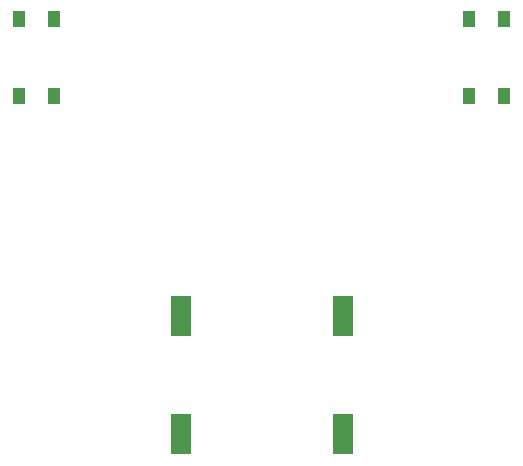
<source format=gbr>
%TF.GenerationSoftware,KiCad,Pcbnew,9.0.6*%
%TF.CreationDate,2026-01-25T13:50:41+09:00*%
%TF.ProjectId,xiaozhi-with-ken-interface,7869616f-7a68-4692-9d77-6974682d6b65,rev?*%
%TF.SameCoordinates,Original*%
%TF.FileFunction,Paste,Top*%
%TF.FilePolarity,Positive*%
%FSLAX46Y46*%
G04 Gerber Fmt 4.6, Leading zero omitted, Abs format (unit mm)*
G04 Created by KiCad (PCBNEW 9.0.6) date 2026-01-25 13:50:41*
%MOMM*%
%LPD*%
G01*
G04 APERTURE LIST*
%ADD10R,1.800000X3.500000*%
%ADD11R,1.100000X1.400000*%
G04 APERTURE END LIST*
D10*
%TO.C,SPK1*%
X90670000Y-84154001D03*
X76970000Y-84154001D03*
X76970000Y-94153999D03*
X90670000Y-94153999D03*
%TD*%
D11*
%TO.C,SW2*%
X66270000Y-58980000D03*
X66270000Y-65480000D03*
X63270000Y-58980000D03*
X63270000Y-65480000D03*
%TD*%
%TO.C,SW1*%
X104370000Y-58980000D03*
X104370000Y-65480000D03*
X101370000Y-58980000D03*
X101370000Y-65480000D03*
%TD*%
M02*

</source>
